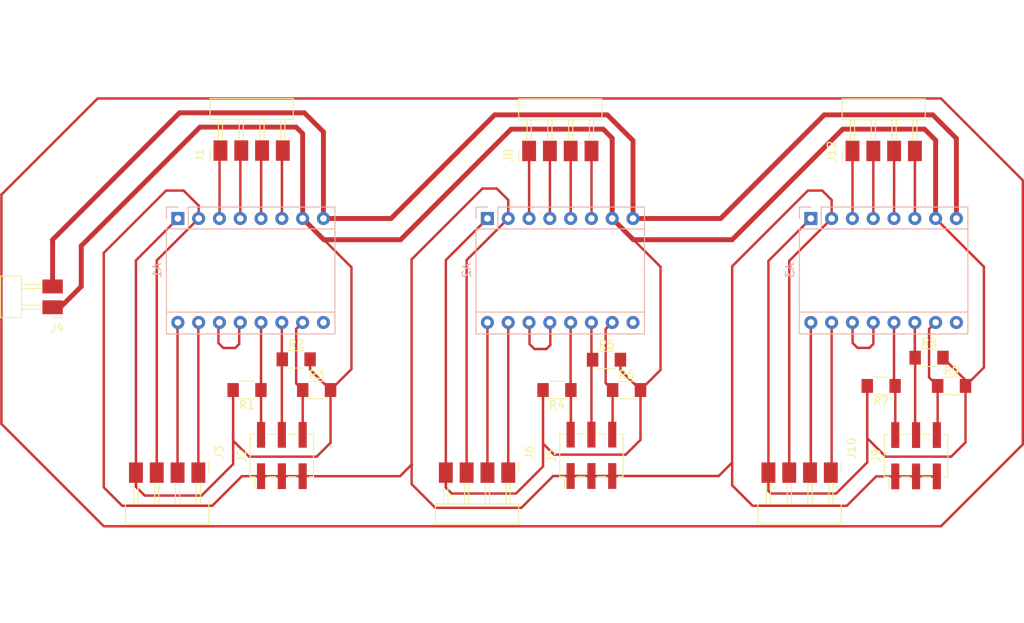
<source format=kicad_pcb>
(kicad_pcb (version 20240108) (generator "pcbnew") (generator_version "8.0")
  (layers (0 "F.Cu" signal) (31 "B.Cu" signal) (34 "B.Paste" user) (35 "F.Paste" user) (36 "B.SilkS" user "B.Silkscreen") (37 "F.SilkS" user "F.Silkscreen") (38 "B.Mask" user) (39 "F.Mask" user) (44 "Edge.Cuts" user))
  (net 0 "")
  (net 1 "X_2A")
  (net 2 "GND")
  (net 3 "X_STEP")
  (net 4 "X_RESET")
  (net 5 "VDD")
  (net 7 "X_1B")
  (net 8 "X_MS1")
  (net 9 "VMOT")
  (net 10 "X_MS3")
  (net 11 "X_1A")
  (net 12 "X_2B")
  (net 13 "X_DIR")
  (net 14 "X_MS2")
  (net 15 "Y_2B")
  (net 16 "Y_MS3")
  (net 17 "Y_MS1")
  (net 18 "Y_1A")
  (net 19 "Y_1B")
  (net 20 "Y_MS2")
  (net 21 "Y_2A")
  (net 23 "Z_1A")
  (net 24 "Z_MS2")
  (net 25 "Z_MS1")
  (net 27 "Z_1B")
  (net 28 "Z_2A")
  (net 29 "Z_2B")
  (net 30 "Z_MS3")
  (net 31 "Y_STEP")
  (net 32 "Y_RESET")
  (net 33 "Y_DIR")
  (net 34 "Z_STEP")
  (net 35 "Z_RESET")
  (net 36 "Z_DIR")
  (footprint "fab:PinHeader_1x04_P2.54mm_Horizontal_SMD" (layer "F.Cu") (at 114.7 44.41 90)
    (property "Reference" "J8" (at -1.524 -2.54 -90) (layer "F.SilkS") (effects (justify left)))
    (property "Value" "Conn_PinHeader_1x04_P2.54mm_Horizontal_SMD")
    (fp_line (start 6.35 -1.27) (end 6.35 8.89) (stroke (width 0.12)) (layer "F.SilkS"))
    (fp_line (start 3.81 -1.27) (end 6.35 -1.27) (stroke (width 0.12)) (layer "F.SilkS"))
    (fp_line (start -1.27 -1.27) (end 0 -1.27) (stroke (width 0.12)) (layer "F.SilkS"))
    (fp_line (start 3.81 -0.254) (end 1.27 -0.254) (stroke (width 0.12)) (layer "F.SilkS"))
    (fp_line (start 3.81 0.254) (end 1.27 0.254) (stroke (width 0.12)) (layer "F.SilkS"))
    (fp_line (start 3.81 2.286) (end 1.27 2.286) (stroke (width 0.12)) (layer "F.SilkS"))
    (fp_line (start 3.81 2.794) (end 1.27 2.794) (stroke (width 0.12)) (layer "F.SilkS"))
    (fp_line (start 3.81 4.826) (end 1.27 4.826) (stroke (width 0.12)) (layer "F.SilkS"))
    (fp_line (start 3.81 5.334) (end 1.27 5.334) (stroke (width 0.12)) (layer "F.SilkS"))
    (fp_line (start 3.81 7.366) (end 1.27 7.366) (stroke (width 0.12)) (layer "F.SilkS"))
    (fp_line (start 3.81 7.874) (end 1.27 7.874) (stroke (width 0.12)) (layer "F.SilkS"))
    (fp_line (start 6.35 8.89) (end 3.81 8.89) (stroke (width 0.12)) (layer "F.SilkS"))
    (fp_line (start 3.81 8.89) (end 3.81 -1.27) (stroke (width 0.12)) (layer "F.SilkS"))
    (pad "1" smd rect (at 0 0 90) (size 2.5 1.7) (layers "F.Cu" "F.Paste" "F.Mask") (net 19 "Y_1B"))
    (pad "2" smd rect (at 0 2.54 90) (size 2.5 1.7) (layers "F.Cu" "F.Paste" "F.Mask") (net 18 "Y_1A"))
    (pad "3" smd rect (at 0 5.08 90) (size 2.5 1.7) (layers "F.Cu" "F.Paste" "F.Mask") (net 21 "Y_2A"))
    (pad "4" smd rect (at 0 7.62 90) (size 2.5 1.7) (layers "F.Cu" "F.Paste" "F.Mask") (net 15 "Y_2B"))
  )
  (footprint "fab:R_1206" (layer "F.Cu") (at 80.25 73.61 180)
    (property "Reference" "R1" (at 0 -1.85 180) (layer "F.SilkS"))
    (property "Value" "10k")
    (fp_line (start 1 1.07) (end -1 1.07) (stroke (width 0.12)) (layer "F.SilkS"))
    (fp_line (start -1 -1.07) (end 1 -1.07) (stroke (width 0.12)) (layer "F.SilkS"))
    (pad "1" smd rect (at -1.7 0 180) (size 1.4 1.7) (layers "F.Cu" "F.Paste" "F.Mask") (net 10 "X_MS3"))
    (pad "2" smd rect (at 1.7 0 180) (size 1.4 1.7) (layers "F.Cu" "F.Paste" "F.Mask") (net 2 "GND"))
  )
  (footprint "fab:PinHeader_2x03_P2.54mm_Vertical_SMD" (layer "F.Cu") (at 122.31 81.585 90)
    (property "Reference" "J5" (at 0 -4.87 -90) (layer "F.SilkS"))
    (property "Value" "Conn_PinHeader_2x03_P2.54mm_Vertical_SMD")
    (fp_line (start 2.6 -3.87) (end 2.6 -3.3) (stroke (width 0.12)) (layer "F.SilkS"))
    (fp_line (start -2.6 -3.87) (end 2.6 -3.87) (stroke (width 0.12)) (layer "F.SilkS"))
    (fp_line (start -2.6 -3.87) (end -2.6 -3.3) (stroke (width 0.12)) (layer "F.SilkS"))
    (fp_line (start -4.04 -3.3) (end -2.6 -3.3) (stroke (width 0.12)) (layer "F.SilkS"))
    (fp_line (start 2.6 -1.78) (end 2.6 -0.76) (stroke (width 0.12)) (layer "F.SilkS"))
    (fp_line (start -2.6 -1.78) (end -2.6 -0.76) (stroke (width 0.12)) (layer "F.SilkS"))
    (fp_line (start 2.6 0.76) (end 2.6 1.78) (stroke (width 0.12)) (layer "F.SilkS"))
    (fp_line (start -2.6 0.76) (end -2.6 1.78) (stroke (width 0.12)) (layer "F.SilkS"))
    (fp_line (start 2.6 3.3) (end 2.6 3.87) (stroke (width 0.12)) (layer "F.SilkS"))
    (fp_line (start -2.6 3.3) (end -2.6 3.87) (stroke (width 0.12)) (layer "F.SilkS"))
    (fp_line (start -2.6 3.87) (end 2.6 3.87) (stroke (width 0.12)) (layer "F.SilkS"))
    (pad "1" smd rect (at -2.525 -2.54 90) (size 3.15 1) (layers "F.Cu" "F.Paste" "F.Mask") (net 5 "VDD"))
    (pad "2" smd rect (at 2.525 -2.54 90) (size 3.15 1) (layers "F.Cu" "F.Paste" "F.Mask") (net 16 "Y_MS3"))
    (pad "3" smd rect (at -2.525 0 90) (size 3.15 1) (layers "F.Cu" "F.Paste" "F.Mask") (net 5 "VDD"))
    (pad "4" smd rect (at 2.525 0 90) (size 3.15 1) (layers "F.Cu" "F.Paste" "F.Mask") (net 20 "Y_MS2"))
    (pad "5" smd rect (at -2.525 2.54 90) (size 3.15 1) (layers "F.Cu" "F.Paste" "F.Mask") (net 5 "VDD"))
    (pad "6" smd rect (at 2.525 2.54 90) (size 3.15 1) (layers "F.Cu" "F.Paste" "F.Mask") (net 17 "Y_MS1"))
  )
  (footprint "fab:PinHeader_1x04_P2.54mm_Horizontal_SMD" (layer "F.Cu") (at 154.2 44.41 90)
    (property "Reference" "J12" (at -1.524 -2.54 -90) (layer "F.SilkS") (effects (justify left)))
    (property "Value" "Conn_PinHeader_1x04_P2.54mm_Horizontal_SMD")
    (fp_line (start 6.35 -1.27) (end 6.35 8.89) (stroke (width 0.12)) (layer "F.SilkS"))
    (fp_line (start 3.81 -1.27) (end 6.35 -1.27) (stroke (width 0.12)) (layer "F.SilkS"))
    (fp_line (start -1.27 -1.27) (end 0 -1.27) (stroke (width 0.12)) (layer "F.SilkS"))
    (fp_line (start 3.81 -0.254) (end 1.27 -0.254) (stroke (width 0.12)) (layer "F.SilkS"))
    (fp_line (start 3.81 0.254) (end 1.27 0.254) (stroke (width 0.12)) (layer "F.SilkS"))
    (fp_line (start 3.81 2.286) (end 1.27 2.286) (stroke (width 0.12)) (layer "F.SilkS"))
    (fp_line (start 3.81 2.794) (end 1.27 2.794) (stroke (width 0.12)) (layer "F.SilkS"))
    (fp_line (start 3.81 4.826) (end 1.27 4.826) (stroke (width 0.12)) (layer "F.SilkS"))
    (fp_line (start 3.81 5.334) (end 1.27 5.334) (stroke (width 0.12)) (layer "F.SilkS"))
    (fp_line (start 3.81 7.366) (end 1.27 7.366) (stroke (width 0.12)) (layer "F.SilkS"))
    (fp_line (start 3.81 7.874) (end 1.27 7.874) (stroke (width 0.12)) (layer "F.SilkS"))
    (fp_line (start 6.35 8.89) (end 3.81 8.89) (stroke (width 0.12)) (layer "F.SilkS"))
    (fp_line (start 3.81 8.89) (end 3.81 -1.27) (stroke (width 0.12)) (layer "F.SilkS"))
    (pad "1" smd rect (at 0 0 90) (size 2.5 1.7) (layers "F.Cu" "F.Paste" "F.Mask") (net 27 "Z_1B"))
    (pad "2" smd rect (at 0 2.54 90) (size 2.5 1.7) (layers "F.Cu" "F.Paste" "F.Mask") (net 23 "Z_1A"))
    (pad "3" smd rect (at 0 5.08 90) (size 2.5 1.7) (layers "F.Cu" "F.Paste" "F.Mask") (net 28 "Z_2A"))
    (pad "4" smd rect (at 0 7.62 90) (size 2.5 1.7) (layers "F.Cu" "F.Paste" "F.Mask") (net 29 "Z_2B"))
  )
  (footprint "fab:R_1206" (layer "F.Cu") (at 118.1 73.61 180)
    (property "Reference" "R4" (at 0 -1.85 180) (layer "F.SilkS"))
    (property "Value" "10k")
    (fp_line (start 1 1.07) (end -1 1.07) (stroke (width 0.12)) (layer "F.SilkS"))
    (fp_line (start -1 -1.07) (end 1 -1.07) (stroke (width 0.12)) (layer "F.SilkS"))
    (pad "1" smd rect (at -1.7 0 180) (size 1.4 1.7) (layers "F.Cu" "F.Paste" "F.Mask") (net 16 "Y_MS3"))
    (pad "2" smd rect (at 1.7 0 180) (size 1.4 1.7) (layers "F.Cu" "F.Paste" "F.Mask") (net 2 "GND"))
  )
  (footprint "fab:R_1206" (layer "F.Cu") (at 86.25 69.86)
    (property "Reference" "R2" (at 0 -1.85 0) (layer "F.SilkS"))
    (property "Value" "10k")
    (fp_line (start -1 -1.07) (end 1 -1.07) (stroke (width 0.12)) (layer "F.SilkS"))
    (fp_line (start 1 1.07) (end -1 1.07) (stroke (width 0.12)) (layer "F.SilkS"))
    (pad "1" smd rect (at -1.7 0) (size 1.4 1.7) (layers "F.Cu" "F.Paste" "F.Mask") (net 14 "X_MS2"))
    (pad "2" smd rect (at 1.7 0) (size 1.4 1.7) (layers "F.Cu" "F.Paste" "F.Mask") (net 2 "GND"))
  )
  (footprint "fab:R_1206" (layer "F.Cu") (at 163.55 69.66)
    (property "Reference" "R8" (at 0 -1.85 0) (layer "F.SilkS"))
    (property "Value" "10k")
    (fp_line (start -1 -1.07) (end 1 -1.07) (stroke (width 0.12)) (layer "F.SilkS"))
    (fp_line (start 1 1.07) (end -1 1.07) (stroke (width 0.12)) (layer "F.SilkS"))
    (pad "1" smd rect (at -1.7 0) (size 1.4 1.7) (layers "F.Cu" "F.Paste" "F.Mask") (net 24 "Z_MS2"))
    (pad "2" smd rect (at 1.7 0) (size 1.4 1.7) (layers "F.Cu" "F.Paste" "F.Mask") (net 2 "GND"))
  )
  (footprint "fab:PinHeader_1x04_P2.54mm_Horizontal_SMD" (layer "F.Cu") (at 151.55 83.7 -90)
    (property "Reference" "J10" (at -1.524 -2.54 90) (layer "F.SilkS") (effects (justify left)))
    (property "Value" "Conn_PinHeader_1x04_P2.54mm_Horizontal_SMD")
    (fp_line (start 3.81 8.89) (end 3.81 -1.27) (stroke (width 0.12)) (layer "F.SilkS"))
    (fp_line (start 6.35 8.89) (end 3.81 8.89) (stroke (width 0.12)) (layer "F.SilkS"))
    (fp_line (start 3.81 7.874) (end 1.27 7.874) (stroke (width 0.12)) (layer "F.SilkS"))
    (fp_line (start 3.81 7.366) (end 1.27 7.366) (stroke (width 0.12)) (layer "F.SilkS"))
    (fp_line (start 3.81 5.334) (end 1.27 5.334) (stroke (width 0.12)) (layer "F.SilkS"))
    (fp_line (start 3.81 4.826) (end 1.27 4.826) (stroke (width 0.12)) (layer "F.SilkS"))
    (fp_line (start 3.81 2.794) (end 1.27 2.794) (stroke (width 0.12)) (layer "F.SilkS"))
    (fp_line (start 3.81 2.286) (end 1.27 2.286) (stroke (width 0.12)) (layer "F.SilkS"))
    (fp_line (start 3.81 0.254) (end 1.27 0.254) (stroke (width 0.12)) (layer "F.SilkS"))
    (fp_line (start 3.81 -0.254) (end 1.27 -0.254) (stroke (width 0.12)) (layer "F.SilkS"))
    (fp_line (start -1.27 -1.27) (end 0 -1.27) (stroke (width 0.12)) (layer "F.SilkS"))
    (fp_line (start 3.81 -1.27) (end 6.35 -1.27) (stroke (width 0.12)) (layer "F.SilkS"))
    (fp_line (start 6.35 -1.27) (end 6.35 8.89) (stroke (width 0.12)) (layer "F.SilkS"))
    (pad "1" smd rect (at 0 0 270) (size 2.5 1.7) (layers "F.Cu" "F.Paste" "F.Mask") (net 34 "Z_STEP"))
    (pad "2" smd rect (at 0 2.54 270) (size 2.5 1.7) (layers "F.Cu" "F.Paste" "F.Mask") (net 36 "Z_DIR"))
    (pad "3" smd rect (at 0 5.08 270) (size 2.5 1.7) (layers "F.Cu" "F.Paste" "F.Mask") (net 5 "VDD"))
    (pad "4" smd rect (at 0 7.62 270) (size 2.5 1.7) (layers "F.Cu" "F.Paste" "F.Mask") (net 2 "GND"))
  )
  (footprint "fab:PinHeader_2x03_P2.54mm_Vertical_SMD" (layer "F.Cu") (at 84.5 81.61 90)
    (property "Reference" "J2" (at 0 -4.87 -90) (layer "F.SilkS"))
    (property "Value" "Conn_PinHeader_2x03_P2.54mm_Vertical_SMD")
    (fp_line (start 2.6 -3.87) (end 2.6 -3.3) (stroke (width 0.12)) (layer "F.SilkS"))
    (fp_line (start -2.6 -3.87) (end 2.6 -3.87) (stroke (width 0.12)) (layer "F.SilkS"))
    (fp_line (start -2.6 -3.87) (end -2.6 -3.3) (stroke (width 0.12)) (layer "F.SilkS"))
    (fp_line (start -4.04 -3.3) (end -2.6 -3.3) (stroke (width 0.12)) (layer "F.SilkS"))
    (fp_line (start 2.6 -1.78) (end 2.6 -0.76) (stroke (width 0.12)) (layer "F.SilkS"))
    (fp_line (start -2.6 -1.78) (end -2.6 -0.76) (stroke (width 0.12)) (layer "F.SilkS"))
    (fp_line (start 2.6 0.76) (end 2.6 1.78) (stroke (width 0.12)) (layer "F.SilkS"))
    (fp_line (start -2.6 0.76) (end -2.6 1.78) (stroke (width 0.12)) (layer "F.SilkS"))
    (fp_line (start 2.6 3.3) (end 2.6 3.87) (stroke (width 0.12)) (layer "F.SilkS"))
    (fp_line (start -2.6 3.3) (end -2.6 3.87) (stroke (width 0.12)) (layer "F.SilkS"))
    (fp_line (start -2.6 3.87) (end 2.6 3.87) (stroke (width 0.12)) (layer "F.SilkS"))
    (pad "1" smd rect (at -2.525 -2.54 90) (size 3.15 1) (layers "F.Cu" "F.Paste" "F.Mask") (net 5 "VDD"))
    (pad "2" smd rect (at 2.525 -2.54 90) (size 3.15 1) (layers "F.Cu" "F.Paste" "F.Mask") (net 10 "X_MS3"))
    (pad "3" smd rect (at -2.525 0 90) (size 3.15 1) (layers "F.Cu" "F.Paste" "F.Mask") (net 5 "VDD"))
    (pad "4" smd rect (at 2.525 0 90) (size 3.15 1) (layers "F.Cu" "F.Paste" "F.Mask") (net 14 "X_MS2"))
    (pad "5" smd rect (at -2.525 2.54 90) (size 3.15 1) (layers "F.Cu" "F.Paste" "F.Mask") (net 5 "VDD"))
    (pad "6" smd rect (at 2.525 2.54 90) (size 3.15 1) (layers "F.Cu" "F.Paste" "F.Mask") (net 8 "X_MS1"))
  )
  (footprint "fab:PinHeader_2x03_P2.54mm_Vertical_SMD" (layer "F.Cu") (at 161.96 81.635 90)
    (property "Reference" "J9" (at 0 -4.87 -90) (layer "F.SilkS"))
    (property "Value" "Conn_PinHeader_2x03_P2.54mm_Vertical_SMD")
    (fp_line (start 2.6 -3.87) (end 2.6 -3.3) (stroke (width 0.12)) (layer "F.SilkS"))
    (fp_line (start -2.6 -3.87) (end 2.6 -3.87) (stroke (width 0.12)) (layer "F.SilkS"))
    (fp_line (start -2.6 -3.87) (end -2.6 -3.3) (stroke (width 0.12)) (layer "F.SilkS"))
    (fp_line (start -4.04 -3.3) (end -2.6 -3.3) (stroke (width 0.12)) (layer "F.SilkS"))
    (fp_line (start 2.6 -1.78) (end 2.6 -0.76) (stroke (width 0.12)) (layer "F.SilkS"))
    (fp_line (start -2.6 -1.78) (end -2.6 -0.76) (stroke (width 0.12)) (layer "F.SilkS"))
    (fp_line (start 2.6 0.76) (end 2.6 1.78) (stroke (width 0.12)) (layer "F.SilkS"))
    (fp_line (start -2.6 0.76) (end -2.6 1.78) (stroke (width 0.12)) (layer "F.SilkS"))
    (fp_line (start 2.6 3.3) (end 2.6 3.87) (stroke (width 0.12)) (layer "F.SilkS"))
    (fp_line (start -2.6 3.3) (end -2.6 3.87) (stroke (width 0.12)) (layer "F.SilkS"))
    (fp_line (start -2.6 3.87) (end 2.6 3.87) (stroke (width 0.12)) (layer "F.SilkS"))
    (pad "1" smd rect (at -2.525 -2.54 90) (size 3.15 1) (layers "F.Cu" "F.Paste" "F.Mask") (net 5 "VDD"))
    (pad "2" smd rect (at 2.525 -2.54 90) (size 3.15 1) (layers "F.Cu" "F.Paste" "F.Mask") (net 30 "Z_MS3"))
    (pad "3" smd rect (at -2.525 0 90) (size 3.15 1) (layers "F.Cu" "F.Paste" "F.Mask") (net 5 "VDD"))
    (pad "4" smd rect (at 2.525 0 90) (size 3.15 1) (layers "F.Cu" "F.Paste" "F.Mask") (net 24 "Z_MS2"))
    (pad "5" smd rect (at -2.525 2.54 90) (size 3.15 1) (layers "F.Cu" "F.Paste" "F.Mask") (net 5 "VDD"))
    (pad "6" smd rect (at 2.525 2.54 90) (size 3.15 1) (layers "F.Cu" "F.Paste" "F.Mask") (net 25 "Z_MS1"))
  )
  (footprint "fab:R_1206" (layer "F.Cu") (at 166.3 73.11)
    (property "Reference" "R9" (at 0 -1.85 0) (layer "F.SilkS"))
    (property "Value" "10k")
    (fp_line (start -1 -1.07) (end 1 -1.07) (stroke (width 0.12)) (layer "F.SilkS"))
    (fp_line (start 1 1.07) (end -1 1.07) (stroke (width 0.12)) (layer "F.SilkS"))
    (pad "1" smd rect (at -1.7 0) (size 1.4 1.7) (layers "F.Cu" "F.Paste" "F.Mask") (net 25 "Z_MS1"))
    (pad "2" smd rect (at 1.7 0) (size 1.4 1.7) (layers "F.Cu" "F.Paste" "F.Mask") (net 2 "GND"))
  )
  (footprint "fab:R_1206" (layer "F.Cu") (at 124.15 69.91)
    (property "Reference" "R5" (at 0 -1.85 0) (layer "F.SilkS"))
    (property "Value" "10k")
    (fp_line (start -1 -1.07) (end 1 -1.07) (stroke (width 0.12)) (layer "F.SilkS"))
    (fp_line (start 1 1.07) (end -1 1.07) (stroke (width 0.12)) (layer "F.SilkS"))
    (pad "1" smd rect (at -1.7 0) (size 1.4 1.7) (layers "F.Cu" "F.Paste" "F.Mask") (net 20 "Y_MS2"))
    (pad "2" smd rect (at 1.7 0) (size 1.4 1.7) (layers "F.Cu" "F.Paste" "F.Mask") (net 2 "GND"))
  )
  (footprint "fab:PinHeader_1x04_P2.54mm_Horizontal_SMD" (layer "F.Cu") (at 74.3 83.7 -90)
    (property "Reference" "J3" (at -1.524 -2.54 90) (layer "F.SilkS") (effects (justify left)))
    (property "Value" "Conn_PinHeader_1x04_P2.54mm_Horizontal_SMD")
    (fp_line (start 3.81 8.89) (end 3.81 -1.27) (stroke (width 0.12)) (layer "F.SilkS"))
    (fp_line (start 6.35 8.89) (end 3.81 8.89) (stroke (width 0.12)) (layer "F.SilkS"))
    (fp_line (start 3.81 7.874) (end 1.27 7.874) (stroke (width 0.12)) (layer "F.SilkS"))
    (fp_line (start 3.81 7.366) (end 1.27 7.366) (stroke (width 0.12)) (layer "F.SilkS"))
    (fp_line (start 3.81 5.334) (end 1.27 5.334) (stroke (width 0.12)) (layer "F.SilkS"))
    (fp_line (start 3.81 4.826) (end 1.27 4.826) (stroke (width 0.12)) (layer "F.SilkS"))
    (fp_line (start 3.81 2.794) (end 1.27 2.794) (stroke (width 0.12)) (layer "F.SilkS"))
    (fp_line (start 3.81 2.286) (end 1.27 2.286) (stroke (width 0.12)) (layer "F.SilkS"))
    (fp_line (start 3.81 0.254) (end 1.27 0.254) (stroke (width 0.12)) (layer "F.SilkS"))
    (fp_line (start 3.81 -0.254) (end 1.27 -0.254) (stroke (width 0.12)) (layer "F.SilkS"))
    (fp_line (start -1.27 -1.27) (end 0 -1.27) (stroke (width 0.12)) (layer "F.SilkS"))
    (fp_line (start 3.81 -1.27) (end 6.35 -1.27) (stroke (width 0.12)) (layer "F.SilkS"))
    (fp_line (start 6.35 -1.27) (end 6.35 8.89) (stroke (width 0.12)) (layer "F.SilkS"))
    (pad "1" smd rect (at 0 0 270) (size 2.5 1.7) (layers "F.Cu" "F.Paste" "F.Mask") (net 3 "X_STEP"))
    (pad "2" smd rect (at 0 2.54 270) (size 2.5 1.7) (layers "F.Cu" "F.Paste" "F.Mask") (net 13 "X_DIR"))
    (pad "3" smd rect (at 0 5.08 270) (size 2.5 1.7) (layers "F.Cu" "F.Paste" "F.Mask") (net 5 "VDD"))
    (pad "4" smd rect (at 0 7.62 270) (size 2.5 1.7) (layers "F.Cu" "F.Paste" "F.Mask") (net 2 "GND"))
  )
  (footprint "fab:R_1206" (layer "F.Cu") (at 157.7 73.11 180)
    (property "Reference" "R7" (at 0 -1.85 180) (layer "F.SilkS"))
    (property "Value" "10k")
    (fp_line (start 1 1.07) (end -1 1.07) (stroke (width 0.12)) (layer "F.SilkS"))
    (fp_line (start -1 -1.07) (end 1 -1.07) (stroke (width 0.12)) (layer "F.SilkS"))
    (pad "1" smd rect (at -1.7 0 180) (size 1.4 1.7) (layers "F.Cu" "F.Paste" "F.Mask") (net 30 "Z_MS3"))
    (pad "2" smd rect (at 1.7 0 180) (size 1.4 1.7) (layers "F.Cu" "F.Paste" "F.Mask") (net 2 "GND"))
  )
  (footprint "fab:PinHeader_1x04_P2.54mm_Horizontal_SMD" (layer "F.Cu") (at 77 44.36 90)
    (property "Reference" "J1" (at -1.524 -2.54 -90) (layer "F.SilkS") (effects (justify left)))
    (property "Value" "Conn_PinHeader_1x04_P2.54mm_Horizontal_SMD")
    (fp_line (start 6.35 -1.27) (end 6.35 8.89) (stroke (width 0.12)) (layer "F.SilkS"))
    (fp_line (start 3.81 -1.27) (end 6.35 -1.27) (stroke (width 0.12)) (layer "F.SilkS"))
    (fp_line (start -1.27 -1.27) (end 0 -1.27) (stroke (width 0.12)) (layer "F.SilkS"))
    (fp_line (start 3.81 -0.254) (end 1.27 -0.254) (stroke (width 0.12)) (layer "F.SilkS"))
    (fp_line (start 3.81 0.254) (end 1.27 0.254) (stroke (width 0.12)) (layer "F.SilkS"))
    (fp_line (start 3.81 2.286) (end 1.27 2.286) (stroke (width 0.12)) (layer "F.SilkS"))
    (fp_line (start 3.81 2.794) (end 1.27 2.794) (stroke (width 0.12)) (layer "F.SilkS"))
    (fp_line (start 3.81 4.826) (end 1.27 4.826) (stroke (width 0.12)) (layer "F.SilkS"))
    (fp_line (start 3.81 5.334) (end 1.27 5.334) (stroke (width 0.12)) (layer "F.SilkS"))
    (fp_line (start 3.81 7.366) (end 1.27 7.366) (stroke (width 0.12)) (layer "F.SilkS"))
    (fp_line (start 3.81 7.874) (end 1.27 7.874) (stroke (width 0.12)) (layer "F.SilkS"))
    (fp_line (start 6.35 8.89) (end 3.81 8.89) (stroke (width 0.12)) (layer "F.SilkS"))
    (fp_line (start 3.81 8.89) (end 3.81 -1.27) (stroke (width 0.12)) (layer "F.SilkS"))
    (pad "1" smd rect (at 0 0 90) (size 2.5 1.7) (layers "F.Cu" "F.Paste" "F.Mask") (net 7 "X_1B"))
    (pad "2" smd rect (at 0 2.54 90) (size 2.5 1.7) (layers "F.Cu" "F.Paste" "F.Mask") (net 11 "X_1A"))
    (pad "3" smd rect (at 0 5.08 90) (size 2.5 1.7) (layers "F.Cu" "F.Paste" "F.Mask") (net 1 "X_2A"))
    (pad "4" smd rect (at 0 7.62 90) (size 2.5 1.7) (layers "F.Cu" "F.Paste" "F.Mask") (net 12 "X_2B"))
  )
  (footprint "fab:R_1206" (layer "F.Cu") (at 126.6 73.61)
    (property "Reference" "R6" (at 0 -1.85 0) (layer "F.SilkS"))
    (property "Value" "10k")
    (fp_line (start -1 -1.07) (end 1 -1.07) (stroke (width 0.12)) (layer "F.SilkS"))
    (fp_line (start 1 1.07) (end -1 1.07) (stroke (width 0.12)) (layer "F.SilkS"))
    (pad "1" smd rect (at -1.7 0) (size 1.4 1.7) (layers "F.Cu" "F.Paste" "F.Mask") (net 17 "Y_MS1"))
    (pad "2" smd rect (at 1.7 0) (size 1.4 1.7) (layers "F.Cu" "F.Paste" "F.Mask") (net 2 "GND"))
  )
  (footprint "fab:PinHeader_1x04_P2.54mm_Horizontal_SMD" (layer "F.Cu") (at 112.15 83.7 -90)
    (property "Reference" "J6" (at -1.524 -2.54 90) (layer "F.SilkS") (effects (justify left)))
    (property "Value" "Conn_PinHeader_1x04_P2.54mm_Horizontal_SMD")
    (fp_line (start 3.81 8.89) (end 3.81 -1.27) (stroke (width 0.12)) (layer "F.SilkS"))
    (fp_line (start 6.35 8.89) (end 3.81 8.89) (stroke (width 0.12)) (layer "F.SilkS"))
    (fp_line (start 3.81 7.874) (end 1.27 7.874) (stroke (width 0.12)) (layer "F.SilkS"))
    (fp_line (start 3.81 7.366) (end 1.27 7.366) (stroke (width 0.12)) (layer "F.SilkS"))
    (fp_line (start 3.81 5.334) (end 1.27 5.334) (stroke (width 0.12)) (layer "F.SilkS"))
    (fp_line (start 3.81 4.826) (end 1.27 4.826) (stroke (width 0.12)) (layer "F.SilkS"))
    (fp_line (start 3.81 2.794) (end 1.27 2.794) (stroke (width 0.12)) (layer "F.SilkS"))
    (fp_line (start 3.81 2.286) (end 1.27 2.286) (stroke (width 0.12)) (layer "F.SilkS"))
    (fp_line (start 3.81 0.254) (end 1.27 0.254) (stroke (width 0.12)) (layer "F.SilkS"))
    (fp_line (start 3.81 -0.254) (end 1.27 -0.254) (stroke (width 0.12)) (layer "F.SilkS"))
    (fp_line (start -1.27 -1.27) (end 0 -1.27) (stroke (width 0.12)) (layer "F.SilkS"))
    (fp_line (start 3.81 -1.27) (end 6.35 -1.27) (stroke (width 0.12)) (layer "F.SilkS"))
    (fp_line (start 6.35 -1.27) (end 6.35 8.89) (stroke (width 0.12)) (layer "F.SilkS"))
    (pad "1" smd rect (at 0 0 270) (size 2.5 1.7) (layers "F.Cu" "F.Paste" "F.Mask") (net 31 "Y_STEP"))
    (pad "2" smd rect (at 0 2.54 270) (size 2.5 1.7) (layers "F.Cu" "F.Paste" "F.Mask") (net 33 "Y_DIR"))
    (pad "3" smd rect (at 0 5.08 270) (size 2.5 1.7) (layers "F.Cu" "F.Paste" "F.Mask") (net 5 "VDD"))
    (pad "4" smd rect (at 0 7.62 270) (size 2.5 1.7) (layers "F.Cu" "F.Paste" "F.Mask") (net 2 "GND"))
  )
  (footprint "fab:R_1206" (layer "F.Cu") (at 88.75 73.61)
    (property "Reference" "R3" (at 0 -1.85 0) (layer "F.SilkS"))
    (property "Value" "10k")
    (fp_line (start -1 -1.07) (end 1 -1.07) (stroke (width 0.12)) (layer "F.SilkS"))
    (fp_line (start 1 1.07) (end -1 1.07) (stroke (width 0.12)) (layer "F.SilkS"))
    (pad "1" smd rect (at -1.7 0) (size 1.4 1.7) (layers "F.Cu" "F.Paste" "F.Mask") (net 8 "X_MS1"))
    (pad "2" smd rect (at 1.7 0) (size 1.4 1.7) (layers "F.Cu" "F.Paste" "F.Mask") (net 2 "GND"))
  )
  (footprint "fab:PinHeader_1x02_P2.54mm_Horizontal_SMD" (layer "F.Cu") (at 56.5 63.5 180)
    (property "Reference" "J4" (at -1.524 -2.54 180) (layer "F.SilkS") (effects (justify right)))
    (property "Value" "Conn_PinHeader_1x02_P2.54mm_Horizontal_SMD")
    (fp_line (start 6.35 3.81) (end 3.81 3.81) (stroke (width 0.12)) (layer "F.SilkS"))
    (fp_line (start 6.35 -1.27) (end 6.35 3.81) (stroke (width 0.12)) (layer "F.SilkS"))
    (fp_line (start 3.81 3.81) (end 3.81 -1.27) (stroke (width 0.12)) (layer "F.SilkS"))
    (fp_line (start 3.81 2.794) (end 1.27 2.794) (stroke (width 0.12)) (layer "F.SilkS"))
    (fp_line (start 3.81 2.286) (end 1.27 2.286) (stroke (width 0.12)) (layer "F.SilkS"))
    (fp_line (start 3.81 0.254) (end 1.27 0.254) (stroke (width 0.12)) (layer "F.SilkS"))
    (fp_line (start 3.81 -0.254) (end 1.27 -0.254) (stroke (width 0.12)) (layer "F.SilkS"))
    (fp_line (start 3.81 -1.27) (end 6.35 -1.27) (stroke (width 0.12)) (layer "F.SilkS"))
    (fp_line (start -1.27 -1.27) (end 0 -1.27) (stroke (width 0.12)) (layer "F.SilkS"))
    (pad "1" smd rect (at 0 0 180) (size 2.5 1.7) (layers "F.Cu" "F.Paste" "F.Mask") (net 2 "GND"))
    (pad "2" smd rect (at 0 2.54 180) (size 2.5 1.7) (layers "F.Cu" "F.Paste" "F.Mask") (net 9 "VMOT"))
  )
  (footprint "Module:Pololu_Breakout-16_15.2x20.3mm" (layer "B.Cu") (at 71.8 52.66 -90)
    (property "Reference" "A1" (at 6.35 2.54 90) (layer "B.SilkS") (effects (justify mirror)))
    (property "Value" "Pololu_Breakout_A4988")
    (fp_line (start -1.4 1.4) (end 0 1.4) (stroke (width 0.12)) (layer "B.SilkS"))
    (fp_line (start 1.27 1.4) (end 14.1 1.4) (stroke (width 0.12)) (layer "B.SilkS"))
    (fp_line (start 14.1 1.4) (end 14.1 -19.18) (stroke (width 0.12)) (layer "B.SilkS"))
    (fp_line (start -1.4 0) (end -1.4 1.4) (stroke (width 0.12)) (layer "B.SilkS"))
    (fp_line (start -1.4 -1.27) (end 1.27 -1.27) (stroke (width 0.12)) (layer "B.SilkS"))
    (fp_line (start 1.27 -1.27) (end 1.27 1.4) (stroke (width 0.12)) (layer "B.SilkS"))
    (fp_line (start -1.4 -19.18) (end -1.4 -1.27) (stroke (width 0.12)) (layer "B.SilkS"))
    (fp_line (start 1.27 -19.18) (end 1.27 -1.27) (stroke (width 0.12)) (layer "B.SilkS"))
    (fp_line (start 11.43 -19.18) (end 11.43 1.4) (stroke (width 0.12)) (layer "B.SilkS"))
    (fp_line (start 14.1 -19.18) (end -1.4 -19.18) (stroke (width 0.12)) (layer "B.SilkS"))
    (pad "1" thru_hole rect (at 0 0 270) (size 1.6 1.6) (drill 0.8) (layers "*.Cu" "*.Mask") (net 2 "GND"))
    (pad "2" thru_hole oval (at 0 -2.54 270) (size 1.6 1.6) (drill 0.8) (layers "*.Cu" "*.Mask") (net 5 "VDD"))
    (pad "3" thru_hole oval (at 0 -5.08 270) (size 1.6 1.6) (drill 0.8) (layers "*.Cu" "*.Mask") (net 7 "X_1B"))
    (pad "4" thru_hole oval (at 0 -7.62 270) (size 1.6 1.6) (drill 0.8) (layers "*.Cu" "*.Mask") (net 11 "X_1A"))
    (pad "5" thru_hole oval (at 0 -10.16 270) (size 1.6 1.6) (drill 0.8) (layers "*.Cu" "*.Mask") (net 1 "X_2A"))
    (pad "6" thru_hole oval (at 0 -12.7 270) (size 1.6 1.6) (drill 0.8) (layers "*.Cu" "*.Mask") (net 12 "X_2B"))
    (pad "7" thru_hole oval (at 0 -15.24 270) (size 1.6 1.6) (drill 0.8) (layers "*.Cu" "*.Mask") (net 2 "GND"))
    (pad "8" thru_hole oval (at 0 -17.78 270) (size 1.6 1.6) (drill 0.8) (layers "*.Cu" "*.Mask") (net 9 "VMOT"))
    (pad "9" thru_hole oval (at 12.7 -17.78 270) (size 1.6 1.6) (drill 0.8) (layers "*.Cu" "*.Mask"))
    (pad "10" thru_hole oval (at 12.7 -15.24 270) (size 1.6 1.6) (drill 0.8) (layers "*.Cu" "*.Mask") (net 8 "X_MS1"))
    (pad "11" thru_hole oval (at 12.7 -12.7 270) (size 1.6 1.6) (drill 0.8) (layers "*.Cu" "*.Mask") (net 14 "X_MS2"))
    (pad "12" thru_hole oval (at 12.7 -10.16 270) (size 1.6 1.6) (drill 0.8) (layers "*.Cu" "*.Mask") (net 10 "X_MS3"))
    (pad "13" thru_hole oval (at 12.7 -7.62 270) (size 1.6 1.6) (drill 0.8) (layers "*.Cu" "*.Mask") (net 4 "X_RESET"))
    (pad "14" thru_hole oval (at 12.7 -5.08 270) (size 1.6 1.6) (drill 0.8) (layers "*.Cu" "*.Mask") (net 4 "X_RESET"))
    (pad "15" thru_hole oval (at 12.7 -2.54 270) (size 1.6 1.6) (drill 0.8) (layers "*.Cu" "*.Mask") (net 3 "X_STEP"))
    (pad "16" thru_hole oval (at 12.7 0 270) (size 1.6 1.6) (drill 0.8) (layers "*.Cu" "*.Mask") (net 13 "X_DIR"))
  )
  (footprint "Module:Pololu_Breakout-16_15.2x20.3mm" (layer "B.Cu") (at 109.61 52.66 -90)
    (property "Reference" "A2" (at 6.35 2.54 90) (layer "B.SilkS") (effects (justify mirror)))
    (property "Value" "Pololu_Breakout_A4988")
    (fp_line (start -1.4 1.4) (end 0 1.4) (stroke (width 0.12)) (layer "B.SilkS"))
    (fp_line (start 1.27 1.4) (end 14.1 1.4) (stroke (width 0.12)) (layer "B.SilkS"))
    (fp_line (start 14.1 1.4) (end 14.1 -19.18) (stroke (width 0.12)) (layer "B.SilkS"))
    (fp_line (start -1.4 0) (end -1.4 1.4) (stroke (width 0.12)) (layer "B.SilkS"))
    (fp_line (start -1.4 -1.27) (end 1.27 -1.27) (stroke (width 0.12)) (layer "B.SilkS"))
    (fp_line (start 1.27 -1.27) (end 1.27 1.4) (stroke (width 0.12)) (layer "B.SilkS"))
    (fp_line (start -1.4 -19.18) (end -1.4 -1.27) (stroke (width 0.12)) (layer "B.SilkS"))
    (fp_line (start 1.27 -19.18) (end 1.27 -1.27) (stroke (width 0.12)) (layer "B.SilkS"))
    (fp_line (start 11.43 -19.18) (end 11.43 1.4) (stroke (width 0.12)) (layer "B.SilkS"))
    (fp_line (start 14.1 -19.18) (end -1.4 -19.18) (stroke (width 0.12)) (layer "B.SilkS"))
    (pad "1" thru_hole rect (at 0 0 270) (size 1.6 1.6) (drill 0.8) (layers "*.Cu" "*.Mask") (net 2 "GND"))
    (pad "2" thru_hole oval (at 0 -2.54 270) (size 1.6 1.6) (drill 0.8) (layers "*.Cu" "*.Mask") (net 5 "VDD"))
    (pad "3" thru_hole oval (at 0 -5.08 270) (size 1.6 1.6) (drill 0.8) (layers "*.Cu" "*.Mask") (net 19 "Y_1B"))
    (pad "4" thru_hole oval (at 0 -7.62 270) (size 1.6 1.6) (drill 0.8) (layers "*.Cu" "*.Mask") (net 18 "Y_1A"))
    (pad "5" thru_hole oval (at 0 -10.16 270) (size 1.6 1.6) (drill 0.8) (layers "*.Cu" "*.Mask") (net 21 "Y_2A"))
    (pad "6" thru_hole oval (at 0 -12.7 270) (size 1.6 1.6) (drill 0.8) (layers "*.Cu" "*.Mask") (net 15 "Y_2B"))
    (pad "7" thru_hole oval (at 0 -15.24 270) (size 1.6 1.6) (drill 0.8) (layers "*.Cu" "*.Mask") (net 2 "GND"))
    (pad "8" thru_hole oval (at 0 -17.78 270) (size 1.6 1.6) (drill 0.8) (layers "*.Cu" "*.Mask") (net 9 "VMOT"))
    (pad "9" thru_hole oval (at 12.7 -17.78 270) (size 1.6 1.6) (drill 0.8) (layers "*.Cu" "*.Mask"))
    (pad "10" thru_hole oval (at 12.7 -15.24 270) (size 1.6 1.6) (drill 0.8) (layers "*.Cu" "*.Mask") (net 17 "Y_MS1"))
    (pad "11" thru_hole oval (at 12.7 -12.7 270) (size 1.6 1.6) (drill 0.8) (layers "*.Cu" "*.Mask") (net 20 "Y_MS2"))
    (pad "12" thru_hole oval (at 12.7 -10.16 270) (size 1.6 1.6) (drill 0.8) (layers "*.Cu" "*.Mask") (net 16 "Y_MS3"))
    (pad "13" thru_hole oval (at 12.7 -7.62 270) (size 1.6 1.6) (drill 0.8) (layers "*.Cu" "*.Mask") (net 32 "Y_RESET"))
    (pad "14" thru_hole oval (at 12.7 -5.08 270) (size 1.6 1.6) (drill 0.8) (layers "*.Cu" "*.Mask") (net 32 "Y_RESET"))
    (pad "15" thru_hole oval (at 12.7 -2.54 270) (size 1.6 1.6) (drill 0.8) (layers "*.Cu" "*.Mask") (net 31 "Y_STEP"))
    (pad "16" thru_hole oval (at 12.7 0 270) (size 1.6 1.6) (drill 0.8) (layers "*.Cu" "*.Mask") (net 33 "Y_DIR"))
  )
  (footprint "Module:Pololu_Breakout-16_15.2x20.3mm" (layer "B.Cu") (at 149.11 52.66 -90)
    (property "Reference" "A3" (at 6.35 2.54 90) (layer "B.SilkS") (effects (justify mirror)))
    (property "Value" "Pololu_Breakout_A4988")
    (fp_line (start -1.4 1.4) (end 0 1.4) (stroke (width 0.12)) (layer "B.SilkS"))
    (fp_line (start 1.27 1.4) (end 14.1 1.4) (stroke (width 0.12)) (layer "B.SilkS"))
    (fp_line (start 14.1 1.4) (end 14.1 -19.18) (stroke (width 0.12)) (layer "B.SilkS"))
    (fp_line (start -1.4 0) (end -1.4 1.4) (stroke (width 0.12)) (layer "B.SilkS"))
    (fp_line (start -1.4 -1.27) (end 1.27 -1.27) (stroke (width 0.12)) (layer "B.SilkS"))
    (fp_line (start 1.27 -1.27) (end 1.27 1.4) (stroke (width 0.12)) (layer "B.SilkS"))
    (fp_line (start -1.4 -19.18) (end -1.4 -1.27) (stroke (width 0.12)) (layer "B.SilkS"))
    (fp_line (start 1.27 -19.18) (end 1.27 -1.27) (stroke (width 0.12)) (layer "B.SilkS"))
    (fp_line (start 11.43 -19.18) (end 11.43 1.4) (stroke (width 0.12)) (layer "B.SilkS"))
    (fp_line (start 14.1 -19.18) (end -1.4 -19.18) (stroke (width 0.12)) (layer "B.SilkS"))
    (pad "1" thru_hole rect (at 0 0 270) (size 1.6 1.6) (drill 0.8) (layers "*.Cu" "*.Mask") (net 2 "GND"))
    (pad "2" thru_hole oval (at 0 -2.54 270) (size 1.6 1.6) (drill 0.8) (layers "*.Cu" "*.Mask") (net 5 "VDD"))
    (pad "3" thru_hole oval (at 0 -5.08 270) (size 1.6 1.6) (drill 0.8) (layers "*.Cu" "*.Mask") (net 27 "Z_1B"))
    (pad "4" thru_hole oval (at 0 -7.62 270) (size 1.6 1.6) (drill 0.8) (layers "*.Cu" "*.Mask") (net 23 "Z_1A"))
    (pad "5" thru_hole oval (at 0 -10.16 270) (size 1.6 1.6) (drill 0.8) (layers "*.Cu" "*.Mask") (net 28 "Z_2A"))
    (pad "6" thru_hole oval (at 0 -12.7 270) (size 1.6 1.6) (drill 0.8) (layers "*.Cu" "*.Mask") (net 29 "Z_2B"))
    (pad "7" thru_hole oval (at 0 -15.24 270) (size 1.6 1.6) (drill 0.8) (layers "*.Cu" "*.Mask") (net 2 "GND"))
    (pad "8" thru_hole oval (at 0 -17.78 270) (size 1.6 1.6) (drill 0.8) (layers "*.Cu" "*.Mask") (net 9 "VMOT"))
    (pad "9" thru_hole oval (at 12.7 -17.78 270) (size 1.6 1.6) (drill 0.8) (layers "*.Cu" "*.Mask"))
    (pad "10" thru_hole oval (at 12.7 -15.24 270) (size 1.6 1.6) (drill 0.8) (layers "*.Cu" "*.Mask") (net 25 "Z_MS1"))
    (pad "11" thru_hole oval (at 12.7 -12.7 270) (size 1.6 1.6) (drill 0.8) (layers "*.Cu" "*.Mask") (net 24 "Z_MS2"))
    (pad "12" thru_hole oval (at 12.7 -10.16 270) (size 1.6 1.6) (drill 0.8) (layers "*.Cu" "*.Mask") (net 30 "Z_MS3"))
    (pad "13" thru_hole oval (at 12.7 -7.62 270) (size 1.6 1.6) (drill 0.8) (layers "*.Cu" "*.Mask") (net 35 "Z_RESET"))
    (pad "14" thru_hole oval (at 12.7 -5.08 270) (size 1.6 1.6) (drill 0.8) (layers "*.Cu" "*.Mask") (net 35 "Z_RESET"))
    (pad "15" thru_hole oval (at 12.7 -2.54 270) (size 1.6 1.6) (drill 0.8) (layers "*.Cu" "*.Mask") (net 34 "Z_STEP"))
    (pad "16" thru_hole oval (at 12.7 0 270) (size 1.6 1.6) (drill 0.8) (layers "*.Cu" "*.Mask") (net 36 "Z_DIR"))
  )
  (segment (start 62.75 90.25) (end 165 90.25) (width 0.3) (layer "F.Cu") (net 0))
  (segment (start 165 90.25) (end 175 80.25) (width 0.3) (layer "F.Cu") (net 0))
  (segment (start 165 38) (end 141.25 38) (width 0.3) (layer "F.Cu") (net 0))
  (segment (start 175 80.25) (end 175 48) (width 0.3) (layer "F.Cu") (net 0))
  (segment (start 62 38) (end 50.25 49.75) (width 0.3) (layer "F.Cu") (net 0))
  (segment (start 141.25 38) (end 62 38) (width 0.3) (layer "F.Cu") (net 0))
  (segment (start 50.25 49.75) (end 50.25 77.75) (width 0.3) (layer "F.Cu") (net 0))
  (segment (start 50.25 77.75) (end 62.75 90.25) (width 0.3) (layer "F.Cu") (net 0))
  (segment (start 175 48) (end 165 38) (width 0.3) (layer "F.Cu") (net 0))
  (segment (start 81.97 44.47) (end 81.97 52.65) (width 0.3) (layer "F.Cu") (net 1))
  (segment (start 81.97 52.65) (end 81.96 52.66) (width 0.3) (layer "F.Cu") (net 1))
  (segment (start 82.08 44.36) (end 81.97 44.47) (width 0.3) (layer "F.Cu") (net 1))
  (segment (start 66.68 85.43) (end 67.75 86.5) (width 0.3) (layer "F.Cu") (net 2))
  (segment (start 143.93 57.84) (end 143.93 83.7) (width 0.3) (layer "F.Cu") (net 2))
  (segment (start 166.25 81.75) (end 168 80) (width 0.3) (layer "F.Cu") (net 2))
  (segment (start 104.53 57.74) (end 104.53 83.7) (width 0.3) (layer "F.Cu") (net 2))
  (segment (start 116.485 80.235) (end 117.75 81.5) (width 0.3) (layer "F.Cu") (net 2))
  (segment (start 158.25 81.75) (end 166.25 81.75) (width 0.3) (layer "F.Cu") (net 2))
  (segment (start 74.5 41.5) (end 86.25 41.5) (width 0.6) (layer "F.Cu") (net 2))
  (segment (start 90.45 80.05) (end 90.45 73.61) (width 0.3) (layer "F.Cu") (net 2))
  (segment (start 124.85 52.66) (end 127.44 55.25) (width 0.6) (layer "F.Cu") (net 2))
  (segment (start 56.5 63.5) (end 57.46 63.5) (width 0.6) (layer "F.Cu") (net 2))
  (segment (start 116.4 82.95) (end 116.4 73.61) (width 0.3) (layer "F.Cu") (net 2))
  (segment (start 113.1 86.25) (end 116.4 82.95) (width 0.3) (layer "F.Cu") (net 2))
  (segment (start 139.5 55.25) (end 153 41.75) (width 0.6) (layer "F.Cu") (net 2))
  (segment (start 149.11 52.66) (end 143.93 57.84) (width 0.3) (layer "F.Cu") (net 2))
  (segment (start 80.5 81.75) (end 88.75 81.75) (width 0.3) (layer "F.Cu") (net 2))
  (segment (start 128.3 79.7) (end 128.3 73.61) (width 0.3) (layer "F.Cu") (net 2))
  (segment (start 124.85 42.85) (end 124.85 52.66) (width 0.6) (layer "F.Cu") (net 2))
  (segment (start 130.75 58.56) (end 130.75 71.16) (width 0.3) (layer "F.Cu") (net 2))
  (segment (start 60 60.96) (end 60 56) (width 0.6) (layer "F.Cu") (net 2))
  (segment (start 104.53 85.53) (end 105.25 86.25) (width 0.3) (layer "F.Cu") (net 2))
  (segment (start 90.45 73.61) (end 93 71.06) (width 0.3) (layer "F.Cu") (net 2))
  (segment (start 125.85 69.91) (end 125.85 71.16) (width 0.3) (layer "F.Cu") (net 2))
  (segment (start 74.7 86.5) (end 78.55 82.65) (width 0.3) (layer "F.Cu") (net 2))
  (segment (start 156 73.11) (end 156 79.5) (width 0.3) (layer "F.Cu") (net 2))
  (segment (start 104.53 83.7) (end 104.53 85.53) (width 0.3) (layer "F.Cu") (net 2))
  (segment (start 78.55 82.65) (end 78.55 73.61) (width 0.3) (layer "F.Cu") (net 2))
  (segment (start 60 56) (end 74.5 41.5) (width 0.6) (layer "F.Cu") (net 2))
  (segment (start 170.25 70.86) (end 168 73.11) (width 0.3) (layer "F.Cu") (net 2))
  (segment (start 170.25 58.56) (end 170.25 70.86) (width 0.3) (layer "F.Cu") (net 2))
  (segment (start 57.46 63.5) (end 60 60.96) (width 0.6) (layer "F.Cu") (net 2))
  (segment (start 56.5 63.5) (end 57 64) (width 0.3) (layer "F.Cu") (net 2))
  (segment (start 66.68 83.7) (end 66.68 85.43) (width 0.3) (layer "F.Cu") (net 2))
  (segment (start 78.55 78.85) (end 78.55 79.8) (width 0.3) (layer "F.Cu") (net 2))
  (segment (start 165.25 69.66) (end 168 72.41) (width 0.3) (layer "F.Cu") (net 2))
  (segment (start 156 73.11) (end 156 82.45) (width 0.3) (layer "F.Cu") (net 2))
  (segment (start 156 82.45) (end 152.2 86.25) (width 0.3) (layer "F.Cu") (net 2))
  (segment (start 67.75 86.5) (end 74.7 86.5) (width 0.3) (layer "F.Cu") (net 2))
  (segment (start 66.68 57.78) (end 66.68 83.7) (width 0.3) (layer "F.Cu") (net 2))
  (segment (start 123.75 41.75) (end 124.85 42.85) (width 0.6) (layer "F.Cu") (net 2))
  (segment (start 124.85 52.66) (end 130.75 58.56) (width 0.3) (layer "F.Cu") (net 2))
  (segment (start 109.61 52.66) (end 104.53 57.74) (width 0.3) (layer "F.Cu") (net 2))
  (segment (start 164.35 43.1) (end 164.35 52.66) (width 0.6) (layer "F.Cu") (net 2))
  (segment (start 78.55 79.8) (end 80.5 81.75) (width 0.3) (layer "F.Cu") (net 2))
  (segment (start 125.85 71.16) (end 128.3 73.61) (width 0.3) (layer "F.Cu") (net 2))
  (segment (start 127.44 55.25) (end 139.5 55.25) (width 0.6) (layer "F.Cu") (net 2))
  (segment (start 89.63 55.25) (end 99 55.25) (width 0.6) (layer "F.Cu") (net 2))
  (segment (start 105.25 86.25) (end 113.1 86.25) (width 0.3) (layer "F.Cu") (net 2))
  (segment (start 156 79.5) (end 158.25 81.75) (width 0.3) (layer "F.Cu") (net 2))
  (segment (start 87.04 42.29) (end 87.04 52.66) (width 0.6) (layer "F.Cu") (net 2))
  (segment (start 168 80) (end 168 73.11) (width 0.3) (layer "F.Cu") (net 2))
  (segment (start 87.95 71.11) (end 90.45 73.61) (width 0.3) (layer "F.Cu") (net 2))
  (segment (start 71.8 52.66) (end 66.68 57.78) (width 0.3) (layer "F.Cu") (net 2))
  (segment (start 117.75 81.5) (end 126.5 81.5) (width 0.3) (layer "F.Cu") (net 2))
  (segment (start 164.35 52.66) (end 170.25 58.56) (width 0.3) (layer "F.Cu") (net 2))
  (segment (start 93 58.62) (end 87.04 52.66) (width 0.3) (layer "F.Cu") (net 2))
  (segment (start 87.95 69.86) (end 87.95 71.11) (width 0.3) (layer "F.Cu") (net 2))
  (segment (start 93 71.06) (end 93 58.62) (width 0.3) (layer "F.Cu") (net 2))
  (segment (start 130.75 71.16) (end 128.3 73.61) (width 0.3) (layer "F.Cu") (net 2))
  (segment (start 144.25 86.25) (end 143.93 85.93) (width 0.3) (layer "F.Cu") (net 2))
  (segment (start 126.5 81.5) (end 128.3 79.7) (width 0.3) (layer "F.Cu") (net 2))
  (segment (start 88.75 81.75) (end 90.45 80.05) (width 0.3) (layer "F.Cu") (net 2))
  (segment (start 168 72.41) (end 168 73.11) (width 0.3) (layer "F.Cu") (net 2))
  (segment (start 99 55.25) (end 112.5 41.75) (width 0.6) (layer "F.Cu") (net 2))
  (segment (start 87.04 52.66) (end 89.63 55.25) (width 0.6) (layer "F.Cu") (net 2))
  (segment (start 112.5 41.75) (end 123.75 41.75) (width 0.6) (layer "F.Cu") (net 2))
  (segment (start 163 41.75) (end 164.35 43.1) (width 0.6) (layer "F.Cu") (net 2))
  (segment (start 143.93 85.93) (end 143.93 83.7) (width 0.3) (layer "F.Cu") (net 2))
  (segment (start 116.4 73.61) (end 116.15 73.86) (width 0.3) (layer "F.Cu") (net 2))
  (segment (start 152.2 86.25) (end 144.25 86.25) (width 0.3) (layer "F.Cu") (net 2))
  (segment (start 153 41.75) (end 163 41.75) (width 0.6) (layer "F.Cu") (net 2))
  (segment (start 86.25 41.5) (end 87.04 42.29) (width 0.6) (layer "F.Cu") (net 2))
  (segment (start 74.3 83.7) (end 74.3 65.4) (width 0.3) (layer "F.Cu") (net 3))
  (segment (start 74.3 65.4) (end 74.34 65.36) (width 0.3) (layer "F.Cu") (net 3))
  (segment (start 79.29 67.99) (end 79.29 65.51) (width 0.3) (layer "F.Cu") (net 4))
  (segment (start 76.75 67.87) (end 77.35 68.47) (width 0.3) (layer "F.Cu") (net 4))
  (segment (start 78.81 68.47) (end 79.29 67.99) (width 0.3) (layer "F.Cu") (net 4))
  (segment (start 77.35 68.47) (end 78.81 68.47) (width 0.3) (layer "F.Cu") (net 4))
  (segment (start 76.75 65.51) (end 76.75 67.87) (width 0.3) (layer "F.Cu") (net 4))
  (segment (start 74.34 52.66) (end 74.34 51.09) (width 0.3) (layer "F.Cu") (net 5))
  (segment (start 159.42 84.16) (end 164.5 84.16) (width 0.3) (layer "F.Cu") (net 5))
  (segment (start 107.07 83.7) (end 107.07 57.74) (width 0.3) (layer "F.Cu") (net 5))
  (segment (start 87.04 84.135) (end 98.935 84.135) (width 0.3) (layer "F.Cu") (net 5))
  (segment (start 100.35 82.72) (end 100.35 85.1) (width 0.3) (layer "F.Cu") (net 5))
  (segment (start 74.34 52.66) (end 69.22 57.78) (width 0.3) (layer "F.Cu") (net 5))
  (segment (start 151.65 52.66) (end 151.65 50.4) (width 0.3) (layer "F.Cu") (net 5))
  (segment (start 79.615 84.135) (end 81.96 84.135) (width 0.3) (layer "F.Cu") (net 5))
  (segment (start 98.935 84.135) (end 100.35 82.72) (width 0.3) (layer "F.Cu") (net 5))
  (segment (start 148.75 49.25) (end 139.5 58.5) (width 0.3) (layer "F.Cu") (net 5))
  (segment (start 62.75 85.5) (end 65 87.75) (width 0.3) (layer "F.Cu") (net 5))
  (segment (start 72.5 49.25) (end 70.36 49.25) (width 0.3) (layer "F.Cu") (net 5))
  (segment (start 103.25 88) (end 113.75 88) (width 0.3) (layer "F.Cu") (net 5))
  (segment (start 146.47 57.84) (end 151.65 52.66) (width 0.3) (layer "F.Cu") (net 5))
  (segment (start 110.75 49) (end 109 49) (width 0.3) (layer "F.Cu") (net 5))
  (segment (start 107.07 57.74) (end 112.15 52.66) (width 0.3) (layer "F.Cu") (net 5))
  (segment (start 81.96 84.135) (end 84.5 84.135) (width 0.3) (layer "F.Cu") (net 5))
  (segment (start 113.75 88) (end 117.64 84.11) (width 0.3) (layer "F.Cu") (net 5))
  (segment (start 137.86 84.11) (end 139.5 82.47) (width 0.3) (layer "F.Cu") (net 5))
  (segment (start 151.65 50.4) (end 150.5 49.25) (width 0.3) (layer "F.Cu") (net 5))
  (segment (start 119.77 84.11) (end 124.85 84.11) (width 0.3) (layer "F.Cu") (net 5))
  (segment (start 139.5 58.5) (end 139.5 82.47) (width 0.3) (layer "F.Cu") (net 5))
  (segment (start 109 49) (end 100.35 57.65) (width 0.3) (layer "F.Cu") (net 5))
  (segment (start 65 87.75) (end 76 87.75) (width 0.3) (layer "F.Cu") (net 5))
  (segment (start 70.36 49.25) (end 62.75 56.86) (width 0.3) (layer "F.Cu") (net 5))
  (segment (start 62.75 56.86) (end 62.75 85.5) (width 0.3) (layer "F.Cu") (net 5))
  (segment (start 117.64 84.11) (end 119.77 84.11) (width 0.3) (layer "F.Cu") (net 5))
  (segment (start 124.85 84.11) (end 137.86 84.11) (width 0.3) (layer "F.Cu") (net 5))
  (segment (start 76 87.75) (end 79.615 84.135) (width 0.3) (layer "F.Cu") (net 5))
  (segment (start 139.5 85.25) (end 142 87.75) (width 0.3) (layer "F.Cu") (net 5))
  (segment (start 153.5 87.75) (end 157.09 84.16) (width 0.3) (layer "F.Cu") (net 5))
  (segment (start 74.34 51.09) (end 72.5 49.25) (width 0.3) (layer "F.Cu") (net 5))
  (segment (start 81.935 84.11) (end 81.96 84.135) (width 0.3) (layer "F.Cu") (net 5))
  (segment (start 112.15 52.66) (end 112.15 50.4) (width 0.3) (layer "F.Cu") (net 5))
  (segment (start 146.47 83.7) (end 146.47 57.84) (width 0.3) (layer "F.Cu") (net 5))
  (segment (start 142 87.75) (end 153.5 87.75) (width 0.3) (layer "F.Cu") (net 5))
  (segment (start 84.5 84.135) (end 87.04 84.135) (width 0.3) (layer "F.Cu") (net 5))
  (segment (start 150.5 49.25) (end 148.75 49.25) (width 0.3) (layer "F.Cu") (net 5))
  (segment (start 139.5 82.47) (end 139.5 85.25) (width 0.3) (layer "F.Cu") (net 5))
  (segment (start 100.35 57.65) (end 100.35 82.72) (width 0.3) (layer "F.Cu") (net 5))
  (segment (start 69.22 57.78) (end 69.22 83.7) (width 0.3) (layer "F.Cu") (net 5))
  (segment (start 100.35 85.1) (end 103.25 88) (width 0.3) (layer "F.Cu") (net 5))
  (segment (start 112.15 50.4) (end 110.75 49) (width 0.3) (layer "F.Cu") (net 5))
  (segment (start 157.09 84.16) (end 159.42 84.16) (width 0.3) (layer "F.Cu") (net 5))
  (segment (start 77 44.36) (end 76.89 44.47) (width 0.3) (layer "F.Cu") (net 7))
  (segment (start 76.89 44.47) (end 76.89 52.65) (width 0.3) (layer "F.Cu") (net 7))
  (segment (start 76.89 52.65) (end 76.88 52.66) (width 0.3) (layer "F.Cu") (net 7))
  (segment (start 87.05 73.61) (end 87.05 79.075) (width 0.3) (layer "F.Cu") (net 8))
  (segment (start 86.25 72.81) (end 87.05 73.61) (width 0.3) (layer "F.Cu") (net 8))
  (segment (start 87.05 79.075) (end 87.04 79.085) (width 0.3) (layer "F.Cu") (net 8))
  (segment (start 86.25 66.15) (end 86.25 72.81) (width 0.3) (layer "F.Cu") (net 8))
  (segment (start 87.04 65.36) (end 86.25 66.15) (width 0.3) (layer "F.Cu") (net 8))
  (segment (start 138.09 52.66) (end 127.39 52.66) (width 0.6) (layer "F.Cu") (net 9))
  (segment (start 72 39.75) (end 87.25 39.75) (width 0.6) (layer "F.Cu") (net 9))
  (segment (start 124.25 40) (end 110.5 40) (width 0.6) (layer "F.Cu") (net 9))
  (segment (start 150.75 40) (end 138.09 52.66) (width 0.6) (layer "F.Cu") (net 9))
  (segment (start 97.84 52.66) (end 89.58 52.66) (width 0.6) (layer "F.Cu") (net 9))
  (segment (start 110.5 40) (end 97.84 52.66) (width 0.6) (layer "F.Cu") (net 9))
  (segment (start 56.5 60.96) (end 56.5 55.25) (width 0.6) (layer "F.Cu") (net 9))
  (segment (start 166.89 42.89) (end 164 40) (width 0.6) (layer "F.Cu") (net 9))
  (segment (start 166.89 52.66) (end 166.89 42.89) (width 0.6) (layer "F.Cu") (net 9))
  (segment (start 87.25 39.75) (end 89.58 42.08) (width 0.6) (layer "F.Cu") (net 9))
  (segment (start 89.58 42.08) (end 89.58 52.66) (width 0.6) (layer "F.Cu") (net 9))
  (segment (start 127.39 43.14) (end 124.25 40) (width 0.6) (layer "F.Cu") (net 9))
  (segment (start 56.5 55.25) (end 72 39.75) (width 0.6) (layer "F.Cu") (net 9))
  (segment (start 164 40) (end 150.75 40) (width 0.6) (layer "F.Cu") (net 9))
  (segment (start 127.39 52.66) (end 127.39 43.14) (width 0.6) (layer "F.Cu") (net 9))
  (segment (start 81.96 73.62) (end 81.95 73.61) (width 0.3) (layer "F.Cu") (net 10))
  (segment (start 81.96 79.085) (end 81.96 73.62) (width 0.3) (layer "F.Cu") (net 10))
  (segment (start 81.96 65.36) (end 81.96 73.6) (width 0.3) (layer "F.Cu") (net 10))
  (segment (start 81.96 73.6) (end 81.95 73.61) (width 0.3) (layer "F.Cu") (net 10))
  (segment (start 79.43 44.47) (end 79.43 52.65) (width 0.3) (layer "F.Cu") (net 11))
  (segment (start 79.54 44.36) (end 79.43 44.47) (width 0.3) (layer "F.Cu") (net 11))
  (segment (start 79.43 52.65) (end 79.42 52.66) (width 0.3) (layer "F.Cu") (net 11))
  (segment (start 84.51 52.65) (end 84.5 52.66) (width 0.3) (layer "F.Cu") (net 12))
  (segment (start 84.51 44.47) (end 84.51 52.65) (width 0.3) (layer "F.Cu") (net 12))
  (segment (start 84.62 44.36) (end 84.51 44.47) (width 0.3) (layer "F.Cu") (net 12))
  (segment (start 71.76 83.7) (end 71.76 65.4) (width 0.3) (layer "F.Cu") (net 13))
  (segment (start 71.76 65.4) (end 71.8 65.36) (width 0.3) (layer "F.Cu") (net 13))
  (segment (start 84.5 65.36) (end 84.5 79.085) (width 0.3) (layer "F.Cu") (net 14))
  (segment (start 84.5 78.385) (end 84.5 79.085) (width 0.3) (layer "F.Cu") (net 14))
  (segment (start 122.32 44.41) (end 122.32 52.65) (width 0.3) (layer "F.Cu") (net 15))
  (segment (start 122.32 52.65) (end 122.31 52.66) (width 0.3) (layer "F.Cu") (net 15))
  (segment (start 119.8 73.61) (end 119.8 79.03) (width 0.3) (layer "F.Cu") (net 16))
  (segment (start 119.8 79.03) (end 119.77 79.06) (width 0.3) (layer "F.Cu") (net 16))
  (segment (start 119.77 65.36) (end 119.77 73.58) (width 0.3) (layer "F.Cu") (net 16))
  (segment (start 119.77 73.58) (end 119.8 73.61) (width 0.3) (layer "F.Cu") (net 16))
  (segment (start 124.85 65.36) (end 124.050001 66.159999) (width 0.3) (layer "F.Cu") (net 17))
  (segment (start 124.9 79.01) (end 124.85 79.06) (width 0.3) (layer "F.Cu") (net 17))
  (segment (start 124.050001 72.760001) (end 124.9 73.61) (width 0.3) (layer "F.Cu") (net 17))
  (segment (start 124.050001 66.159999) (end 124.050001 72.760001) (width 0.3) (layer "F.Cu") (net 17))
  (segment (start 124.9 73.61) (end 124.9 79.01) (width 0.3) (layer "F.Cu") (net 17))
  (segment (start 117.24 52.65) (end 117.23 52.66) (width 0.3) (layer "F.Cu") (net 18))
  (segment (start 117.24 44.41) (end 117.24 52.65) (width 0.3) (layer "F.Cu") (net 18))
  (segment (start 114.7 52.65) (end 114.69 52.66) (width 0.3) (layer "F.Cu") (net 19))
  (segment (start 114.7 44.41) (end 114.7 52.65) (width 0.3) (layer "F.Cu") (net 19))
  (segment (start 122.31 70.05) (end 122.45 69.91) (width 0.3) (layer "F.Cu") (net 20))
  (segment (start 122.31 79.06) (end 122.31 70.05) (width 0.3) (layer "F.Cu") (net 20))
  (segment (start 122.31 65.36) (end 122.31 69.77) (width 0.3) (layer "F.Cu") (net 20))
  (segment (start 122.31 69.77) (end 122.45 69.91) (width 0.3) (layer "F.Cu") (net 20))
  (segment (start 119.78 44.41) (end 119.78 52.65) (width 0.3) (layer "F.Cu") (net 21))
  (segment (start 119.78 52.65) (end 119.77 52.66) (width 0.3) (layer "F.Cu") (net 21))
  (segment (start 156.74 52.65) (end 156.73 52.66) (width 0.3) (layer "F.Cu") (net 23))
  (segment (start 156.74 44.41) (end 156.74 52.65) (width 0.3) (layer "F.Cu") (net 23))
  (segment (start 161.85 79) (end 161.96 79.11) (width 0.3) (layer "F.Cu") (net 24))
  (segment (start 161.81 65.36) (end 161.81 69.62) (width 0.3) (layer "F.Cu") (net 24))
  (segment (start 161.85 69.66) (end 161.85 79) (width 0.3) (layer "F.Cu") (net 24))
  (segment (start 161.81 69.62) (end 161.85 69.66) (width 0.3) (layer "F.Cu") (net 24))
  (segment (start 164.6 79.01) (end 164.5 79.11) (width 0.3) (layer "F.Cu") (net 25))
  (segment (start 164.35 65.36) (end 163.550001 66.159999) (width 0.3) (layer "F.Cu") (net 25))
  (segment (start 163.550001 72.060001) (end 164.6 73.11) (width 0.3) (layer "F.Cu") (net 25))
  (segment (start 163.550001 66.159999) (end 163.550001 72.060001) (width 0.3) (layer "F.Cu") (net 25))
  (segment (start 164.6 73.11) (end 164.6 79.01) (width 0.3) (layer "F.Cu") (net 25))
  (segment (start 154.2 52.65) (end 154.19 52.66) (width 0.3) (layer "F.Cu") (net 27))
  (segment (start 154.2 44.41) (end 154.2 52.65) (width 0.3) (layer "F.Cu") (net 27))
  (segment (start 159.28 52.65) (end 159.27 52.66) (width 0.3) (layer "F.Cu") (net 28))
  (segment (start 159.28 44.41) (end 159.28 52.65) (width 0.3) (layer "F.Cu") (net 28))
  (segment (start 161.82 52.65) (end 161.81 52.66) (width 0.3) (layer "F.Cu") (net 29))
  (segment (start 161.82 44.41) (end 161.82 52.65) (width 0.3) (layer "F.Cu") (net 29))
  (segment (start 159.27 65.36) (end 159.27 72.98) (width 0.3) (layer "F.Cu") (net 30))
  (segment (start 159.42 79.11) (end 159.42 73.13) (width 0.3) (layer "F.Cu") (net 30))
  (segment (start 159.27 72.98) (end 159.4 73.11) (width 0.3) (layer "F.Cu") (net 30))
  (segment (start 159.42 73.13) (end 159.4 73.11) (width 0.3) (layer "F.Cu") (net 30))
  (segment (start 112.15 65.36) (end 112.15 83.7) (width 0.3) (layer "F.Cu") (net 31))
  (segment (start 114.75 68) (end 115.35 68.6) (width 0.3) (layer "F.Cu") (net 32))
  (segment (start 115.35 68.6) (end 116.81 68.6) (width 0.3) (layer "F.Cu") (net 32))
  (segment (start 117.29 68.12) (end 117.29 65.64) (width 0.3) (layer "F.Cu") (net 32))
  (segment (start 114.75 65.64) (end 114.75 68) (width 0.3) (layer "F.Cu") (net 32))
  (segment (start 116.81 68.6) (end 117.29 68.12) (width 0.3) (layer "F.Cu") (net 32))
  (segment (start 109.61 65.36) (end 109.61 83.7) (width 0.3) (layer "F.Cu") (net 33))
  (segment (start 151.65 83.6) (end 151.55 83.7) (width 0.3) (layer "F.Cu") (net 34))
  (segment (start 151.65 65.36) (end 151.65 83.6) (width 0.3) (layer "F.Cu") (net 34))
  (segment (start 154.21 65.5) (end 154.21 67.86) (width 0.3) (layer "F.Cu") (net 35))
  (segment (start 156.27 68.46) (end 156.75 67.98) (width 0.3) (layer "F.Cu") (net 35))
  (segment (start 156.75 67.98) (end 156.75 65.5) (width 0.3) (layer "F.Cu") (net 35))
  (segment (start 154.81 68.46) (end 156.27 68.46) (width 0.3) (layer "F.Cu") (net 35))
  (segment (start 154.21 67.86) (end 154.81 68.46) (width 0.3) (layer "F.Cu") (net 35))
  (segment (start 149.11 83.6) (end 149.01 83.7) (width 0.3) (layer "F.Cu") (net 36))
  (segment (start 149.11 65.36) (end 149.11 83.6) (width 0.3) (layer "F.Cu") (net 36))
)
</source>
